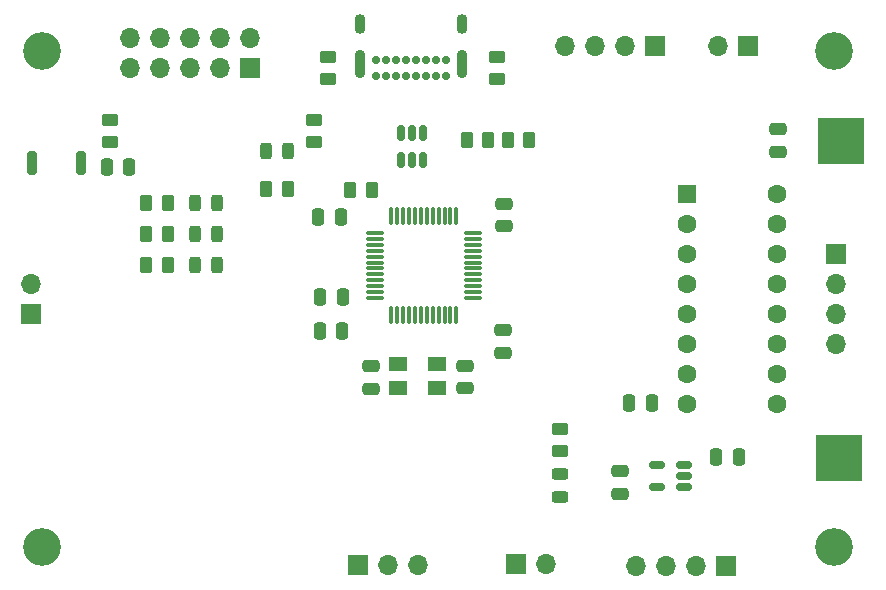
<source format=gbr>
%TF.GenerationSoftware,KiCad,Pcbnew,9.0.3*%
%TF.CreationDate,2025-07-30T22:28:19-05:00*%
%TF.ProjectId,stm32_cad,73746d33-325f-4636-9164-2e6b69636164,rev?*%
%TF.SameCoordinates,Original*%
%TF.FileFunction,Soldermask,Top*%
%TF.FilePolarity,Negative*%
%FSLAX46Y46*%
G04 Gerber Fmt 4.6, Leading zero omitted, Abs format (unit mm)*
G04 Created by KiCad (PCBNEW 9.0.3) date 2025-07-30 22:28:19*
%MOMM*%
%LPD*%
G01*
G04 APERTURE LIST*
G04 Aperture macros list*
%AMRoundRect*
0 Rectangle with rounded corners*
0 $1 Rounding radius*
0 $2 $3 $4 $5 $6 $7 $8 $9 X,Y pos of 4 corners*
0 Add a 4 corners polygon primitive as box body*
4,1,4,$2,$3,$4,$5,$6,$7,$8,$9,$2,$3,0*
0 Add four circle primitives for the rounded corners*
1,1,$1+$1,$2,$3*
1,1,$1+$1,$4,$5*
1,1,$1+$1,$6,$7*
1,1,$1+$1,$8,$9*
0 Add four rect primitives between the rounded corners*
20,1,$1+$1,$2,$3,$4,$5,0*
20,1,$1+$1,$4,$5,$6,$7,0*
20,1,$1+$1,$6,$7,$8,$9,0*
20,1,$1+$1,$8,$9,$2,$3,0*%
G04 Aperture macros list end*
%ADD10RoundRect,0.250000X-0.250000X-0.475000X0.250000X-0.475000X0.250000X0.475000X-0.250000X0.475000X0*%
%ADD11RoundRect,0.243750X-0.243750X-0.456250X0.243750X-0.456250X0.243750X0.456250X-0.243750X0.456250X0*%
%ADD12RoundRect,0.250000X0.262500X0.450000X-0.262500X0.450000X-0.262500X-0.450000X0.262500X-0.450000X0*%
%ADD13R,4.000000X4.000000*%
%ADD14RoundRect,0.250000X0.475000X-0.250000X0.475000X0.250000X-0.475000X0.250000X-0.475000X-0.250000X0*%
%ADD15C,3.200000*%
%ADD16RoundRect,0.250000X0.250000X0.475000X-0.250000X0.475000X-0.250000X-0.475000X0.250000X-0.475000X0*%
%ADD17RoundRect,0.243750X-0.456250X0.243750X-0.456250X-0.243750X0.456250X-0.243750X0.456250X0.243750X0*%
%ADD18RoundRect,0.250000X-0.262500X-0.450000X0.262500X-0.450000X0.262500X0.450000X-0.262500X0.450000X0*%
%ADD19R,1.600000X1.300000*%
%ADD20C,0.700000*%
%ADD21O,0.900000X2.400000*%
%ADD22O,0.900000X1.700000*%
%ADD23RoundRect,0.250000X-0.450000X0.262500X-0.450000X-0.262500X0.450000X-0.262500X0.450000X0.262500X0*%
%ADD24RoundRect,0.250000X-0.475000X0.250000X-0.475000X-0.250000X0.475000X-0.250000X0.475000X0.250000X0*%
%ADD25RoundRect,0.250000X0.450000X-0.262500X0.450000X0.262500X-0.450000X0.262500X-0.450000X-0.262500X0*%
%ADD26R,1.700000X1.700000*%
%ADD27O,1.700000X1.700000*%
%ADD28RoundRect,0.150000X0.512500X0.150000X-0.512500X0.150000X-0.512500X-0.150000X0.512500X-0.150000X0*%
%ADD29RoundRect,0.150000X-0.150000X0.512500X-0.150000X-0.512500X0.150000X-0.512500X0.150000X0.512500X0*%
%ADD30RoundRect,0.075000X0.075000X-0.662500X0.075000X0.662500X-0.075000X0.662500X-0.075000X-0.662500X0*%
%ADD31RoundRect,0.075000X0.662500X-0.075000X0.662500X0.075000X-0.662500X0.075000X-0.662500X-0.075000X0*%
%ADD32RoundRect,0.200000X-0.200000X-0.800000X0.200000X-0.800000X0.200000X0.800000X-0.200000X0.800000X0*%
%ADD33RoundRect,0.250000X-0.550000X-0.550000X0.550000X-0.550000X0.550000X0.550000X-0.550000X0.550000X0*%
%ADD34C,1.600000*%
G04 APERTURE END LIST*
D10*
%TO.C,C9*%
X104400000Y-72950000D03*
X106300000Y-72950000D03*
%TD*%
D11*
%TO.C,D9*%
X117862500Y-71600000D03*
X119737500Y-71600000D03*
%TD*%
D12*
%TO.C,R3*%
X109572500Y-81250000D03*
X107747500Y-81250000D03*
%TD*%
D13*
%TO.C,TP2*%
X166400000Y-97600000D03*
%TD*%
D14*
%TO.C,C12*%
X161200000Y-71649999D03*
X161200000Y-69750001D03*
%TD*%
D15*
%TO.C,H1*%
X98950000Y-63075000D03*
%TD*%
D14*
%TO.C,C3*%
X138075000Y-77924999D03*
X138075000Y-76025001D03*
%TD*%
D16*
%TO.C,C4*%
X124374999Y-83925000D03*
X122475001Y-83925000D03*
%TD*%
D17*
%TO.C,D2*%
X142800000Y-98950000D03*
X142800000Y-100825002D03*
%TD*%
D18*
%TO.C,R44*%
X138362500Y-70650000D03*
X140187500Y-70650000D03*
%TD*%
D19*
%TO.C,Y1*%
X129050000Y-91600000D03*
X132350000Y-91600000D03*
X132350000Y-89600000D03*
X129050000Y-89600000D03*
%TD*%
D11*
%TO.C,D3*%
X111837500Y-81250000D03*
X113712500Y-81250000D03*
%TD*%
D15*
%TO.C,H3*%
X98950000Y-105075000D03*
%TD*%
D12*
%TO.C,R4*%
X109572500Y-78612500D03*
X107747500Y-78612500D03*
%TD*%
D15*
%TO.C,H2*%
X165950000Y-105075000D03*
%TD*%
D20*
%TO.C,J2*%
X133125000Y-65185000D03*
X132275000Y-65185000D03*
X131424999Y-65185000D03*
X130575000Y-65185000D03*
X129725000Y-65185000D03*
X128875000Y-65185000D03*
X128024999Y-65185000D03*
X127175000Y-65185000D03*
X127175000Y-63835000D03*
X128025000Y-63835000D03*
X128875000Y-63835000D03*
X129725000Y-63835000D03*
X130575000Y-63835000D03*
X131425000Y-63835000D03*
X132275000Y-63835000D03*
X133125000Y-63835000D03*
D21*
X134475000Y-64205000D03*
D22*
X134475000Y-60825000D03*
D21*
X125825000Y-64205000D03*
D22*
X125825000Y-60825000D03*
%TD*%
D23*
%TO.C,R7*%
X104700000Y-68962500D03*
X104700000Y-70787500D03*
%TD*%
D11*
%TO.C,D5*%
X111837500Y-75975000D03*
X113712500Y-75975000D03*
%TD*%
D24*
%TO.C,C6*%
X137925000Y-86750001D03*
X137925000Y-88649999D03*
%TD*%
D25*
%TO.C,R2*%
X142800000Y-96937501D03*
X142800000Y-95112501D03*
%TD*%
D26*
%TO.C,J3*%
X150779999Y-62675000D03*
D27*
X148239999Y-62675000D03*
X145700000Y-62675000D03*
X143159999Y-62675000D03*
%TD*%
D12*
%TO.C,R5*%
X109572500Y-75975000D03*
X107747500Y-75975000D03*
%TD*%
D10*
%TO.C,C7*%
X156025000Y-97475000D03*
X157925000Y-97475000D03*
%TD*%
D26*
%TO.C,J7*%
X166125000Y-80260000D03*
D27*
X166125000Y-82800000D03*
X166125000Y-85340000D03*
X166125000Y-87880000D03*
%TD*%
D24*
%TO.C,C11*%
X134700000Y-89750001D03*
X134700000Y-91649999D03*
%TD*%
D28*
%TO.C,U2*%
X153237500Y-100049999D03*
X153237500Y-99100000D03*
X153237500Y-98150001D03*
X150962500Y-98150001D03*
X150962500Y-100049999D03*
%TD*%
D14*
%TO.C,C8*%
X147875000Y-100599999D03*
X147875000Y-98700001D03*
%TD*%
D29*
%TO.C,U4*%
X131175000Y-70075000D03*
X130225001Y-70075000D03*
X129275002Y-70075000D03*
X129275002Y-72350000D03*
X130225001Y-72350000D03*
X131175000Y-72350000D03*
%TD*%
D26*
%TO.C,J8*%
X158675000Y-62650000D03*
D27*
X156135000Y-62650000D03*
%TD*%
D30*
%TO.C,U3*%
X128500000Y-85425000D03*
X129000000Y-85425000D03*
X129500000Y-85425000D03*
X130000001Y-85425000D03*
X130500000Y-85425000D03*
X131000000Y-85425000D03*
X131500000Y-85425000D03*
X132000000Y-85425000D03*
X132499999Y-85425000D03*
X133000000Y-85425000D03*
X133500000Y-85425000D03*
X134000000Y-85425000D03*
D31*
X135412500Y-84012500D03*
X135412500Y-83512500D03*
X135412500Y-83012500D03*
X135412500Y-82512499D03*
X135412500Y-82012500D03*
X135412500Y-81512500D03*
X135412500Y-81012500D03*
X135412500Y-80512500D03*
X135412500Y-80012501D03*
X135412500Y-79512500D03*
X135412500Y-79012500D03*
X135412500Y-78512500D03*
D30*
X134000000Y-77100000D03*
X133500000Y-77100000D03*
X133000000Y-77100000D03*
X132499999Y-77100000D03*
X132000000Y-77100000D03*
X131500000Y-77100000D03*
X131000000Y-77100000D03*
X130500000Y-77100000D03*
X130000001Y-77100000D03*
X129500000Y-77100000D03*
X129000000Y-77100000D03*
X128500000Y-77100000D03*
D31*
X127087500Y-78512500D03*
X127087500Y-79012500D03*
X127087500Y-79512500D03*
X127087500Y-80012501D03*
X127087500Y-80512500D03*
X127087500Y-81012500D03*
X127087500Y-81512500D03*
X127087500Y-82012500D03*
X127087500Y-82512499D03*
X127087500Y-83012500D03*
X127087500Y-83512500D03*
X127087500Y-84012500D03*
%TD*%
D23*
%TO.C,FB3*%
X121950000Y-68962500D03*
X121950000Y-70787500D03*
%TD*%
D26*
%TO.C,J9*%
X125660000Y-106600000D03*
D27*
X128200000Y-106600000D03*
X130739999Y-106600000D03*
%TD*%
D26*
%TO.C,J5*%
X98000000Y-85400000D03*
D27*
X98000000Y-82860000D03*
%TD*%
D32*
%TO.C,SW1*%
X98050000Y-72575000D03*
X102250000Y-72575000D03*
%TD*%
D18*
%TO.C,R20*%
X125037500Y-74900000D03*
X126862500Y-74900000D03*
%TD*%
D11*
%TO.C,D4*%
X111837500Y-78612500D03*
X113712500Y-78612500D03*
%TD*%
D18*
%TO.C,R18*%
X134862500Y-70650000D03*
X136687500Y-70650000D03*
%TD*%
D26*
%TO.C,J6*%
X156800000Y-106700000D03*
D27*
X154260000Y-106700000D03*
X151720001Y-106700000D03*
X149180000Y-106700000D03*
%TD*%
D26*
%TO.C,J1*%
X116515000Y-64515000D03*
D27*
X116515000Y-61975000D03*
X113975000Y-64515000D03*
X113975000Y-61975000D03*
X111435000Y-64515000D03*
X111435000Y-61975000D03*
X108895000Y-64515000D03*
X108895000Y-61975000D03*
X106355000Y-64515000D03*
X106355000Y-61975000D03*
%TD*%
D16*
%TO.C,C5*%
X124324999Y-86800000D03*
X122425001Y-86800000D03*
%TD*%
D25*
%TO.C,R11*%
X137475000Y-65462500D03*
X137475000Y-63637500D03*
%TD*%
D14*
%TO.C,C10*%
X126750000Y-91699999D03*
X126750000Y-89800001D03*
%TD*%
D16*
%TO.C,C1*%
X124224999Y-77175000D03*
X122325001Y-77175000D03*
%TD*%
D13*
%TO.C,TP1*%
X166600000Y-70700000D03*
%TD*%
D33*
%TO.C,U1*%
X153500000Y-75200000D03*
D34*
X153500000Y-77740000D03*
X153500000Y-80279999D03*
X153500000Y-82820000D03*
X153500000Y-85360000D03*
X153500000Y-87900000D03*
X153500000Y-90440000D03*
X153500000Y-92980001D03*
X161120000Y-92980000D03*
X161120000Y-90440000D03*
X161120000Y-87900000D03*
X161120000Y-85360000D03*
X161120000Y-82820000D03*
X161120000Y-80280000D03*
X161120000Y-77740000D03*
X161120000Y-75200000D03*
%TD*%
D18*
%TO.C,R19*%
X117887500Y-74825000D03*
X119712500Y-74825000D03*
%TD*%
D26*
%TO.C,J4*%
X139050000Y-106575000D03*
D27*
X141590000Y-106575000D03*
%TD*%
D25*
%TO.C,R12*%
X123125000Y-65437500D03*
X123125000Y-63612500D03*
%TD*%
D15*
%TO.C,H4*%
X165950000Y-63075000D03*
%TD*%
D16*
%TO.C,C13*%
X150524999Y-92900000D03*
X148625001Y-92900000D03*
%TD*%
M02*

</source>
